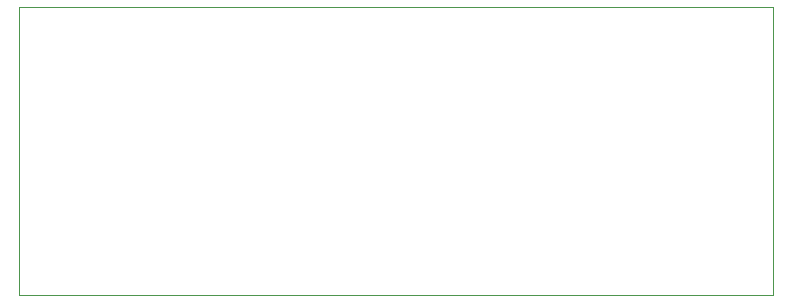
<source format=gbr>
%TF.GenerationSoftware,KiCad,Pcbnew,(5.1.10)-1*%
%TF.CreationDate,2021-11-29T10:36:54-06:00*%
%TF.ProjectId,m2-USBC-Adapter,6d322d55-5342-4432-9d41-646170746572,rev?*%
%TF.SameCoordinates,Original*%
%TF.FileFunction,Profile,NP*%
%FSLAX46Y46*%
G04 Gerber Fmt 4.6, Leading zero omitted, Abs format (unit mm)*
G04 Created by KiCad (PCBNEW (5.1.10)-1) date 2021-11-29 10:36:54*
%MOMM*%
%LPD*%
G01*
G04 APERTURE LIST*
%TA.AperFunction,Profile*%
%ADD10C,0.050000*%
%TD*%
G04 APERTURE END LIST*
D10*
X142450000Y-83200000D02*
X114550000Y-83200000D01*
X142450000Y-88400000D02*
X142450000Y-83200000D01*
X78650000Y-83200000D02*
X114550000Y-83200000D01*
X78650000Y-107600000D02*
X78650000Y-83200000D01*
X78750000Y-107600000D02*
X78650000Y-107600000D01*
X142450000Y-107600000D02*
X140450000Y-107600000D01*
X142450000Y-88400000D02*
X142450000Y-107600000D01*
X78750000Y-107600000D02*
X140450000Y-107600000D01*
M02*

</source>
